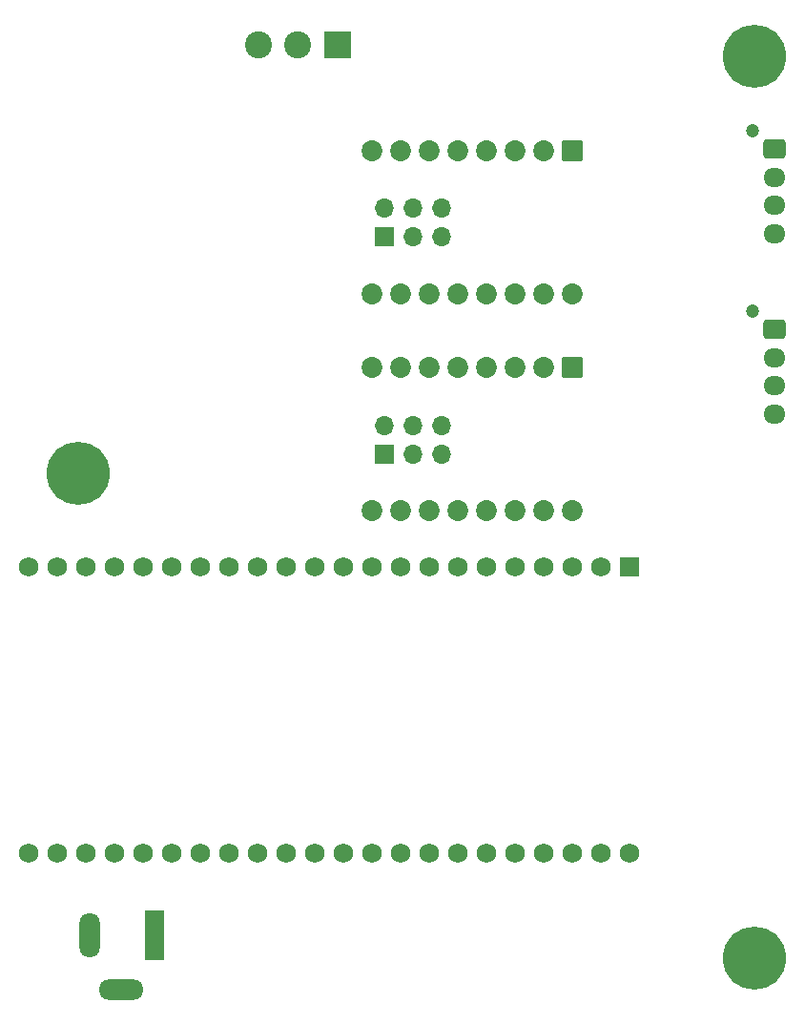
<source format=gbs>
%TF.GenerationSoftware,KiCad,Pcbnew,7.0.1*%
%TF.CreationDate,2024-04-15T22:24:04+03:00*%
%TF.ProjectId,ESP32 STEPPER CONTROL PCB,45535033-3220-4535-9445-505045522043,rev?*%
%TF.SameCoordinates,PX68e7780PY7bfa480*%
%TF.FileFunction,Soldermask,Bot*%
%TF.FilePolarity,Negative*%
%FSLAX46Y46*%
G04 Gerber Fmt 4.6, Leading zero omitted, Abs format (unit mm)*
G04 Created by KiCad (PCBNEW 7.0.1) date 2024-04-15 22:24:04*
%MOMM*%
%LPD*%
G01*
G04 APERTURE LIST*
G04 Aperture macros list*
%AMRoundRect*
0 Rectangle with rounded corners*
0 $1 Rounding radius*
0 $2 $3 $4 $5 $6 $7 $8 $9 X,Y pos of 4 corners*
0 Add a 4 corners polygon primitive as box body*
4,1,4,$2,$3,$4,$5,$6,$7,$8,$9,$2,$3,0*
0 Add four circle primitives for the rounded corners*
1,1,$1+$1,$2,$3*
1,1,$1+$1,$4,$5*
1,1,$1+$1,$6,$7*
1,1,$1+$1,$8,$9*
0 Add four rect primitives between the rounded corners*
20,1,$1+$1,$2,$3,$4,$5,0*
20,1,$1+$1,$4,$5,$6,$7,0*
20,1,$1+$1,$6,$7,$8,$9,0*
20,1,$1+$1,$8,$9,$2,$3,0*%
G04 Aperture macros list end*
%ADD10O,1.950000X1.700000*%
%ADD11RoundRect,0.250000X-0.725000X0.600000X-0.725000X-0.600000X0.725000X-0.600000X0.725000X0.600000X0*%
%ADD12C,1.200000*%
%ADD13C,5.600000*%
%ADD14O,4.000000X1.800000*%
%ADD15O,1.800000X4.000000*%
%ADD16R,1.800000X4.400000*%
%ADD17R,1.700000X1.700000*%
%ADD18O,1.700000X1.700000*%
%ADD19RoundRect,0.102000X-0.825000X0.825000X-0.825000X-0.825000X0.825000X-0.825000X0.825000X0.825000X0*%
%ADD20C,1.854000*%
%ADD21C,1.734000*%
%ADD22RoundRect,0.102000X-0.765000X0.765000X-0.765000X-0.765000X0.765000X-0.765000X0.765000X0.765000X0*%
%ADD23C,2.400000*%
%ADD24R,2.400000X2.400000*%
G04 APERTURE END LIST*
D10*
%TO.C,J3*%
X68825000Y54250000D03*
X68825000Y56750000D03*
X68825000Y59250000D03*
D11*
X68825000Y61750000D03*
D12*
X66825000Y63350000D03*
%TD*%
%TO.C,J5*%
X66825000Y79350000D03*
D11*
X68825000Y77750000D03*
D10*
X68825000Y75250000D03*
X68825000Y72750000D03*
X68825000Y70250000D03*
%TD*%
D13*
%TO.C,H3*%
X67000000Y6000000D03*
%TD*%
%TO.C,H2*%
X67000000Y86000000D03*
%TD*%
%TO.C,H1*%
X7000000Y49000000D03*
%TD*%
D14*
%TO.C,J1*%
X10800000Y3200000D03*
D15*
X8000000Y8000000D03*
D16*
X13800000Y8000000D03*
%TD*%
D17*
%TO.C,J6*%
X34225000Y69975000D03*
D18*
X34225000Y72515000D03*
X36765000Y69975000D03*
X36765000Y72515000D03*
X39305000Y69975000D03*
X39305000Y72515000D03*
%TD*%
%TO.C,J4*%
X39305000Y53265000D03*
X39305000Y50725000D03*
X36765000Y53265000D03*
X36765000Y50725000D03*
X34225000Y53265000D03*
D17*
X34225000Y50725000D03*
%TD*%
D19*
%TO.C,U4*%
X50890000Y77600000D03*
D20*
X48350000Y77600000D03*
X45810000Y77600000D03*
X43270000Y77600000D03*
X40730000Y77600000D03*
X38190000Y77600000D03*
X35650000Y77600000D03*
X33110000Y77600000D03*
X33110000Y64900000D03*
X35650000Y64900000D03*
X38190000Y64900000D03*
X40730000Y64900000D03*
X43270000Y64900000D03*
X45810000Y64900000D03*
X48350000Y64900000D03*
X50890000Y64900000D03*
%TD*%
%TO.C,U2*%
X50890000Y45650000D03*
X48350000Y45650000D03*
X45810000Y45650000D03*
X43270000Y45650000D03*
X40730000Y45650000D03*
X38190000Y45650000D03*
X35650000Y45650000D03*
X33110000Y45650000D03*
X33110000Y58350000D03*
X35650000Y58350000D03*
X38190000Y58350000D03*
X40730000Y58350000D03*
X43270000Y58350000D03*
X45810000Y58350000D03*
X48350000Y58350000D03*
D19*
X50890000Y58350000D03*
%TD*%
D21*
%TO.C,U3*%
X2632000Y15300000D03*
X5172000Y15300000D03*
X7712000Y15300000D03*
X10252000Y15300000D03*
X12792000Y15300000D03*
X15332000Y15300000D03*
X17872000Y15300000D03*
X20412000Y15300000D03*
X22952000Y15300000D03*
X25492000Y15300000D03*
X28032000Y15300000D03*
X30572000Y15300000D03*
X33112000Y15300000D03*
X35652000Y15300000D03*
X38192000Y15300000D03*
X40732000Y15300000D03*
X43272000Y15300000D03*
X45812000Y15300000D03*
X48352000Y15300000D03*
X50892000Y15300000D03*
X53432000Y15300000D03*
X55972000Y15300000D03*
X2632000Y40700000D03*
X5172000Y40700000D03*
X7712000Y40700000D03*
X10252000Y40700000D03*
X12792000Y40700000D03*
X15332000Y40700000D03*
X17872000Y40700000D03*
X20412000Y40700000D03*
X22952000Y40700000D03*
X25492000Y40700000D03*
X28032000Y40700000D03*
X30572000Y40700000D03*
X33112000Y40700000D03*
X35652000Y40700000D03*
X38192000Y40700000D03*
X40732000Y40700000D03*
X43272000Y40700000D03*
X45812000Y40700000D03*
X48352000Y40700000D03*
X50892000Y40700000D03*
X53432000Y40700000D03*
D22*
X55972000Y40700000D03*
%TD*%
D23*
%TO.C,J2*%
X23000000Y87000000D03*
X26500000Y87000000D03*
D24*
X30000000Y87000000D03*
%TD*%
M02*

</source>
